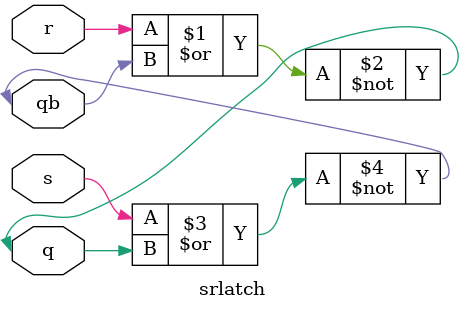
<source format=v>

module srlatch(s,r,q,qb);
 input s,r;
 inout q,qb;
 
 nor n1(q,r,qb);
 nor n2(qb,s,q);
 
endmodule


</source>
